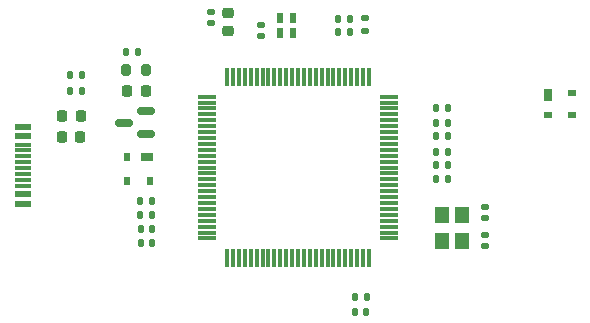
<source format=gbr>
%TF.GenerationSoftware,KiCad,Pcbnew,(6.0.8)*%
%TF.CreationDate,2022-11-06T21:15:53+08:00*%
%TF.ProjectId,JLinkV9-mini,4a4c696e-6b56-4392-9d6d-696e692e6b69,hinsshum*%
%TF.SameCoordinates,Original*%
%TF.FileFunction,Paste,Top*%
%TF.FilePolarity,Positive*%
%FSLAX46Y46*%
G04 Gerber Fmt 4.6, Leading zero omitted, Abs format (unit mm)*
G04 Created by KiCad (PCBNEW (6.0.8)) date 2022-11-06 21:15:53*
%MOMM*%
%LPD*%
G01*
G04 APERTURE LIST*
G04 Aperture macros list*
%AMRoundRect*
0 Rectangle with rounded corners*
0 $1 Rounding radius*
0 $2 $3 $4 $5 $6 $7 $8 $9 X,Y pos of 4 corners*
0 Add a 4 corners polygon primitive as box body*
4,1,4,$2,$3,$4,$5,$6,$7,$8,$9,$2,$3,0*
0 Add four circle primitives for the rounded corners*
1,1,$1+$1,$2,$3*
1,1,$1+$1,$4,$5*
1,1,$1+$1,$6,$7*
1,1,$1+$1,$8,$9*
0 Add four rect primitives between the rounded corners*
20,1,$1+$1,$2,$3,$4,$5,0*
20,1,$1+$1,$4,$5,$6,$7,0*
20,1,$1+$1,$6,$7,$8,$9,0*
20,1,$1+$1,$8,$9,$2,$3,0*%
G04 Aperture macros list end*
%ADD10RoundRect,0.135000X0.135000X0.185000X-0.135000X0.185000X-0.135000X-0.185000X0.135000X-0.185000X0*%
%ADD11RoundRect,0.075000X0.725000X0.075000X-0.725000X0.075000X-0.725000X-0.075000X0.725000X-0.075000X0*%
%ADD12RoundRect,0.075000X0.075000X0.725000X-0.075000X0.725000X-0.075000X-0.725000X0.075000X-0.725000X0*%
%ADD13R,1.200000X1.400000*%
%ADD14R,1.000000X0.700000*%
%ADD15R,0.600000X0.700000*%
%ADD16RoundRect,0.140000X0.170000X-0.140000X0.170000X0.140000X-0.170000X0.140000X-0.170000X-0.140000X0*%
%ADD17RoundRect,0.135000X-0.135000X-0.185000X0.135000X-0.185000X0.135000X0.185000X-0.135000X0.185000X0*%
%ADD18RoundRect,0.140000X0.140000X0.170000X-0.140000X0.170000X-0.140000X-0.170000X0.140000X-0.170000X0*%
%ADD19RoundRect,0.150000X0.587500X0.150000X-0.587500X0.150000X-0.587500X-0.150000X0.587500X-0.150000X0*%
%ADD20RoundRect,0.140000X-0.140000X-0.170000X0.140000X-0.170000X0.140000X0.170000X-0.140000X0.170000X0*%
%ADD21RoundRect,0.225000X0.225000X0.250000X-0.225000X0.250000X-0.225000X-0.250000X0.225000X-0.250000X0*%
%ADD22RoundRect,0.225000X0.250000X-0.225000X0.250000X0.225000X-0.250000X0.225000X-0.250000X-0.225000X0*%
%ADD23RoundRect,0.200000X-0.200000X-0.275000X0.200000X-0.275000X0.200000X0.275000X-0.200000X0.275000X0*%
%ADD24R,1.450000X0.600000*%
%ADD25R,1.450000X0.300000*%
%ADD26R,0.550000X0.850000*%
%ADD27RoundRect,0.140000X-0.170000X0.140000X-0.170000X-0.140000X0.170000X-0.140000X0.170000X0.140000X0*%
%ADD28RoundRect,0.135000X-0.185000X0.135000X-0.185000X-0.135000X0.185000X-0.135000X0.185000X0.135000X0*%
%ADD29R,0.700000X1.000000*%
%ADD30R,0.700000X0.600000*%
%ADD31RoundRect,0.218750X0.218750X0.256250X-0.218750X0.256250X-0.218750X-0.256250X0.218750X-0.256250X0*%
G04 APERTURE END LIST*
D10*
%TO.C,R8*%
X115910000Y-83100000D03*
X114890000Y-83100000D03*
%TD*%
D11*
%TO.C,U2*%
X110875000Y-91800000D03*
X110875000Y-91300000D03*
X110875000Y-90800000D03*
X110875000Y-90300000D03*
X110875000Y-89800000D03*
X110875000Y-89300000D03*
X110875000Y-88800000D03*
X110875000Y-88300000D03*
X110875000Y-87800000D03*
X110875000Y-87300000D03*
X110875000Y-86800000D03*
X110875000Y-86300000D03*
X110875000Y-85800000D03*
X110875000Y-85300000D03*
X110875000Y-84800000D03*
X110875000Y-84300000D03*
X110875000Y-83800000D03*
X110875000Y-83300000D03*
X110875000Y-82800000D03*
X110875000Y-82300000D03*
X110875000Y-81800000D03*
X110875000Y-81300000D03*
X110875000Y-80800000D03*
X110875000Y-80300000D03*
X110875000Y-79800000D03*
D12*
X109200000Y-78125000D03*
X108700000Y-78125000D03*
X108200000Y-78125000D03*
X107700000Y-78125000D03*
X107200000Y-78125000D03*
X106700000Y-78125000D03*
X106200000Y-78125000D03*
X105700000Y-78125000D03*
X105200000Y-78125000D03*
X104700000Y-78125000D03*
X104200000Y-78125000D03*
X103700000Y-78125000D03*
X103200000Y-78125000D03*
X102700000Y-78125000D03*
X102200000Y-78125000D03*
X101700000Y-78125000D03*
X101200000Y-78125000D03*
X100700000Y-78125000D03*
X100200000Y-78125000D03*
X99700000Y-78125000D03*
X99200000Y-78125000D03*
X98700000Y-78125000D03*
X98200000Y-78125000D03*
X97700000Y-78125000D03*
X97200000Y-78125000D03*
D11*
X95525000Y-79800000D03*
X95525000Y-80300000D03*
X95525000Y-80800000D03*
X95525000Y-81300000D03*
X95525000Y-81800000D03*
X95525000Y-82300000D03*
X95525000Y-82800000D03*
X95525000Y-83300000D03*
X95525000Y-83800000D03*
X95525000Y-84300000D03*
X95525000Y-84800000D03*
X95525000Y-85300000D03*
X95525000Y-85800000D03*
X95525000Y-86300000D03*
X95525000Y-86800000D03*
X95525000Y-87300000D03*
X95525000Y-87800000D03*
X95525000Y-88300000D03*
X95525000Y-88800000D03*
X95525000Y-89300000D03*
X95525000Y-89800000D03*
X95525000Y-90300000D03*
X95525000Y-90800000D03*
X95525000Y-91300000D03*
X95525000Y-91800000D03*
D12*
X97200000Y-93475000D03*
X97700000Y-93475000D03*
X98200000Y-93475000D03*
X98700000Y-93475000D03*
X99200000Y-93475000D03*
X99700000Y-93475000D03*
X100200000Y-93475000D03*
X100700000Y-93475000D03*
X101200000Y-93475000D03*
X101700000Y-93475000D03*
X102200000Y-93475000D03*
X102700000Y-93475000D03*
X103200000Y-93475000D03*
X103700000Y-93475000D03*
X104200000Y-93475000D03*
X104700000Y-93475000D03*
X105200000Y-93475000D03*
X105700000Y-93475000D03*
X106200000Y-93475000D03*
X106700000Y-93475000D03*
X107200000Y-93475000D03*
X107700000Y-93475000D03*
X108200000Y-93475000D03*
X108700000Y-93475000D03*
X109200000Y-93475000D03*
%TD*%
D10*
%TO.C,R23*%
X115910000Y-84500000D03*
X114890000Y-84500000D03*
%TD*%
D13*
%TO.C,Y1*%
X115400000Y-89800000D03*
X115400000Y-92000000D03*
X117100000Y-92000000D03*
X117100000Y-89800000D03*
%TD*%
D10*
%TO.C,R6*%
X90880000Y-89800000D03*
X89860000Y-89800000D03*
%TD*%
D14*
%TO.C,D2*%
X90430000Y-84900000D03*
D15*
X88730000Y-84900000D03*
X88730000Y-86900000D03*
X90630000Y-86900000D03*
%TD*%
D16*
%TO.C,C9*%
X100100000Y-74680000D03*
X100100000Y-73720000D03*
%TD*%
%TO.C,C5*%
X119000000Y-92480000D03*
X119000000Y-91520000D03*
%TD*%
D17*
%TO.C,R5*%
X89860000Y-88600000D03*
X90880000Y-88600000D03*
%TD*%
D18*
%TO.C,C7*%
X115880000Y-86800000D03*
X114920000Y-86800000D03*
%TD*%
D10*
%TO.C,R9*%
X84910000Y-79300000D03*
X83890000Y-79300000D03*
%TD*%
D19*
%TO.C,U1*%
X90337500Y-82950000D03*
X90337500Y-81050000D03*
X88462500Y-82000000D03*
%TD*%
D20*
%TO.C,C13*%
X114920000Y-85600000D03*
X115880000Y-85600000D03*
%TD*%
D21*
%TO.C,C4*%
X90300000Y-79300000D03*
X88750000Y-79300000D03*
%TD*%
D22*
%TO.C,C6*%
X97300000Y-74275000D03*
X97300000Y-72725000D03*
%TD*%
D16*
%TO.C,C15*%
X95800000Y-73600000D03*
X95800000Y-72640000D03*
%TD*%
D20*
%TO.C,C12*%
X108000000Y-98000000D03*
X108960000Y-98000000D03*
%TD*%
D10*
%TO.C,R3*%
X115910000Y-80800000D03*
X114890000Y-80800000D03*
%TD*%
D23*
%TO.C,R2*%
X88650000Y-77500000D03*
X90300000Y-77500000D03*
%TD*%
D24*
%TO.C,J1*%
X79885000Y-82350000D03*
X79885000Y-83150000D03*
D25*
X79885000Y-84350000D03*
X79885000Y-85350000D03*
X79885000Y-85850000D03*
X79885000Y-86850000D03*
D24*
X79885000Y-88050000D03*
X79885000Y-88850000D03*
X79885000Y-88850000D03*
X79885000Y-88050000D03*
D25*
X79885000Y-87350000D03*
X79885000Y-86350000D03*
X79885000Y-84850000D03*
X79885000Y-83850000D03*
D24*
X79885000Y-83150000D03*
X79885000Y-82350000D03*
%TD*%
D26*
%TO.C,D1*%
X102775000Y-73125000D03*
X102775000Y-74450000D03*
X101650000Y-73125000D03*
X101650000Y-74450000D03*
%TD*%
D18*
%TO.C,C11*%
X107580000Y-73200000D03*
X106620000Y-73200000D03*
%TD*%
D17*
%TO.C,R7*%
X107990000Y-96800000D03*
X109010000Y-96800000D03*
%TD*%
D18*
%TO.C,C8*%
X115880000Y-82000000D03*
X114920000Y-82000000D03*
%TD*%
D21*
%TO.C,C2*%
X84775000Y-83200000D03*
X83225000Y-83200000D03*
%TD*%
D10*
%TO.C,R33*%
X89620000Y-76000000D03*
X88600000Y-76000000D03*
%TD*%
D27*
%TO.C,C3*%
X119000000Y-89140000D03*
X119000000Y-90100000D03*
%TD*%
D17*
%TO.C,R24*%
X83890000Y-78000000D03*
X84910000Y-78000000D03*
%TD*%
D10*
%TO.C,R32*%
X107610000Y-74300000D03*
X106590000Y-74300000D03*
%TD*%
D28*
%TO.C,R4*%
X108910000Y-73180000D03*
X108910000Y-74200000D03*
%TD*%
D18*
%TO.C,C10*%
X90880000Y-91000000D03*
X89920000Y-91000000D03*
%TD*%
D29*
%TO.C,D3*%
X124400000Y-79650000D03*
D30*
X124400000Y-81350000D03*
X126400000Y-81350000D03*
X126400000Y-79450000D03*
%TD*%
D20*
%TO.C,C14*%
X89920000Y-92200000D03*
X90880000Y-92200000D03*
%TD*%
D31*
%TO.C,F1*%
X84800000Y-81400000D03*
X83225000Y-81400000D03*
%TD*%
M02*

</source>
